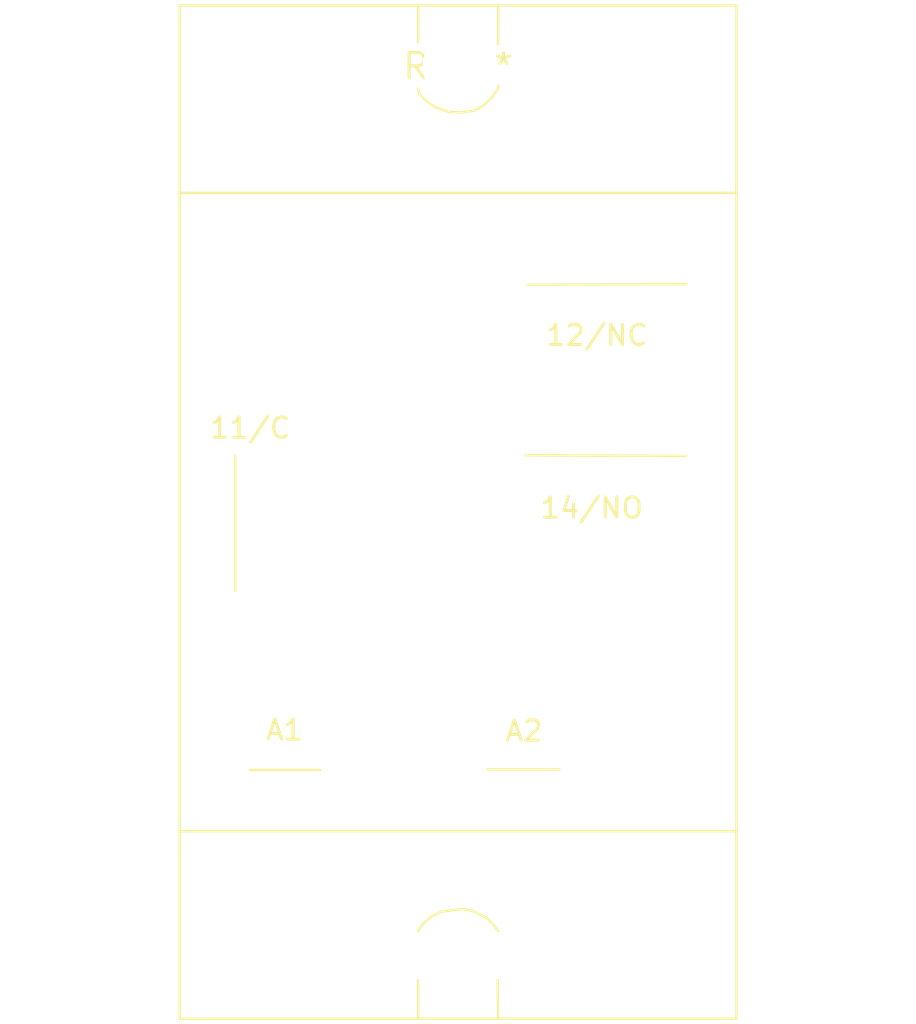
<source format=kicad_pcb>
(kicad_pcb (version 20240108) (generator pcbnew)
  (layers (0 "F.Cu" signal) (31 "B.Cu" signal) (34 "B.Paste" user) (35 "F.Paste" user) (36 "B.SilkS" user "B.Silkscreen") (37 "F.SilkS" user "F.Silkscreen") (38 "B.Mask" user) (39 "F.Mask" user) (44 "Edge.Cuts" user))
  (net 0 "")
  (footprint "Relay_SPDT_PotterBrumfield_T9AP5D52_12V30A" (layer "F.Cu") (at 0 0)
    (property "Reference" "REF**")
    (property "Value" "Relay_SPDT_PotterBrumfield_T9AP5D52_12V30A")
    (fp_line (start -13.74902 -3.00228) (end -13.74902 47.00016) (layer "F.SilkS") (stroke (width 0.12)))
    (fp_line (start -13.74902 6.2484) (end 13.74902 6.2484) (layer "F.SilkS") (stroke (width 0.12)))
    (fp_line (start -13.74902 47.00016) (end 13.74902 47.00016) (layer "F.SilkS") (stroke (width 0.12)))
    (fp_line (start -11.00074 19.22272) (end -11.00074 25.89784) (layer "F.SilkS") (stroke (width 0.12)))
    (fp_line (start -6.82498 34.72434) (end -10.2743 34.72434) (layer "F.SilkS") (stroke (width 0.12)))
    (fp_line (start -1.97612 -1.20142) (end -1.97612 -3.00228) (layer "F.SilkS") (stroke (width 0.12)))
    (fp_line (start -1.97612 1.09982) (end -1.89992 1.37414) (layer "F.SilkS") (stroke (width 0.12)))
    (fp_line (start -1.97612 45.0977) (end -1.97612 47.00016) (layer "F.SilkS") (stroke (width 0.12)))
    (fp_line (start -1.89992 1.37414) (end -1.5494 1.72466) (layer "F.SilkS") (stroke (width 0.12)))
    (fp_line (start -1.75006 42.32402) (end -1.97612 42.67454) (layer "F.SilkS") (stroke (width 0.12)))
    (fp_line (start -1.5494 1.72466) (end -1.12522 2.02438) (layer "F.SilkS") (stroke (width 0.12)))
    (fp_line (start -1.30048 41.9481) (end -1.75006 42.32402) (layer "F.SilkS") (stroke (width 0.12)))
    (fp_line (start -1.12522 2.02438) (end -0.44958 2.2479) (layer "F.SilkS") (stroke (width 0.12)))
    (fp_line (start -0.8509 41.72458) (end -1.30048 41.9481) (layer "F.SilkS") (stroke (width 0.12)))
    (fp_line (start -0.44958 2.2479) (end 0.20066 2.2733) (layer "F.SilkS") (stroke (width 0.12)))
    (fp_line (start 0.0762 41.60012) (end -0.8509 41.72458) (layer "F.SilkS") (stroke (width 0.12)))
    (fp_line (start 0.20066 2.2733) (end 0.8255 2.17424) (layer "F.SilkS") (stroke (width 0.12)))
    (fp_line (start 0.37592 41.60012) (end 0.0762 41.60012) (layer "F.SilkS") (stroke (width 0.12)))
    (fp_line (start 0.8001 41.72458) (end 0.37592 41.60012) (layer "F.SilkS") (stroke (width 0.12)))
    (fp_line (start 0.8255 2.17424) (end 1.27508 1.92278) (layer "F.SilkS") (stroke (width 0.12)))
    (fp_line (start 1.27508 1.92278) (end 1.67386 1.524) (layer "F.SilkS") (stroke (width 0.12)))
    (fp_line (start 1.42494 34.69894) (end 5.00126 34.69894) (layer "F.SilkS") (stroke (width 0.12)))
    (fp_line (start 1.45034 42.0497) (end 0.8001 41.72458) (layer "F.SilkS") (stroke (width 0.12)))
    (fp_line (start 1.67386 1.524) (end 1.95072 1.12268) (layer "F.SilkS") (stroke (width 0.12)))
    (fp_line (start 1.82626 42.47388) (end 1.45034 42.0497) (layer "F.SilkS") (stroke (width 0.12)))
    (fp_line (start 1.95072 1.12268) (end 1.99898 0.94996) (layer "F.SilkS") (stroke (width 0.12)))
    (fp_line (start 1.95072 45.0977) (end 1.97612 46.97476) (layer "F.SilkS") (stroke (width 0.12)))
    (fp_line (start 1.97612 -1.09982) (end 1.97612 -3.00228) (layer "F.SilkS") (stroke (width 0.12)))
    (fp_line (start 1.97612 42.67454) (end 1.82626 42.47388) (layer "F.SilkS") (stroke (width 0.12)))
    (fp_line (start 3.35026 19.19986) (end 3.32486 19.19986) (layer "F.SilkS") (stroke (width 0.12)))
    (fp_line (start 11.24966 19.22272) (end 3.35026 19.19986) (layer "F.SilkS") (stroke (width 0.12)))
    (fp_line (start 11.27506 10.74928) (end 3.42392 10.77468) (layer "F.SilkS") (stroke (width 0.12)))
    (fp_line (start 13.74902 -3.00228) (end -13.74902 -3.00228) (layer "F.SilkS") (stroke (width 0.12)))
    (fp_line (start 13.74902 21.99894) (end 13.74902 -3.00228) (layer "F.SilkS") (stroke (width 0.12)))
    (fp_line (start 13.74902 37.74948) (end -13.74902 37.74948) (layer "F.SilkS") (stroke (width 0.12)))
    (fp_line (start 13.74902 47.00016) (end 13.74902 21.99894) (layer "F.SilkS") (stroke (width 0.12)))
    (fp_text user "11/C" (at -10.2743 17.84858 0) (layer "F.SilkS"))
    (fp_text user "A1" (at -8.57504 32.74822 0) (layer "F.SilkS"))
    (fp_text user "A2" (at 3.2512 32.79902 0) (layer "F.SilkS"))
    (fp_text user "12/NC" (at 6.85038 13.27404 0) (layer "F.SilkS"))
    (fp_text user "14/NO" (at 6.59892 21.79828 0) (layer "F.SilkS"))
    (pad "" np_thru_hole circle (at 0 0) (size 3.50012 3.50012) (drill 3.50012) (layers *.Cu *.Mask))
    (pad "" np_thru_hole circle (at 0 43.99788) (size 3.50012 3.50012) (drill 3.50012) (layers *.Cu *.Mask))
  )
)
</source>
